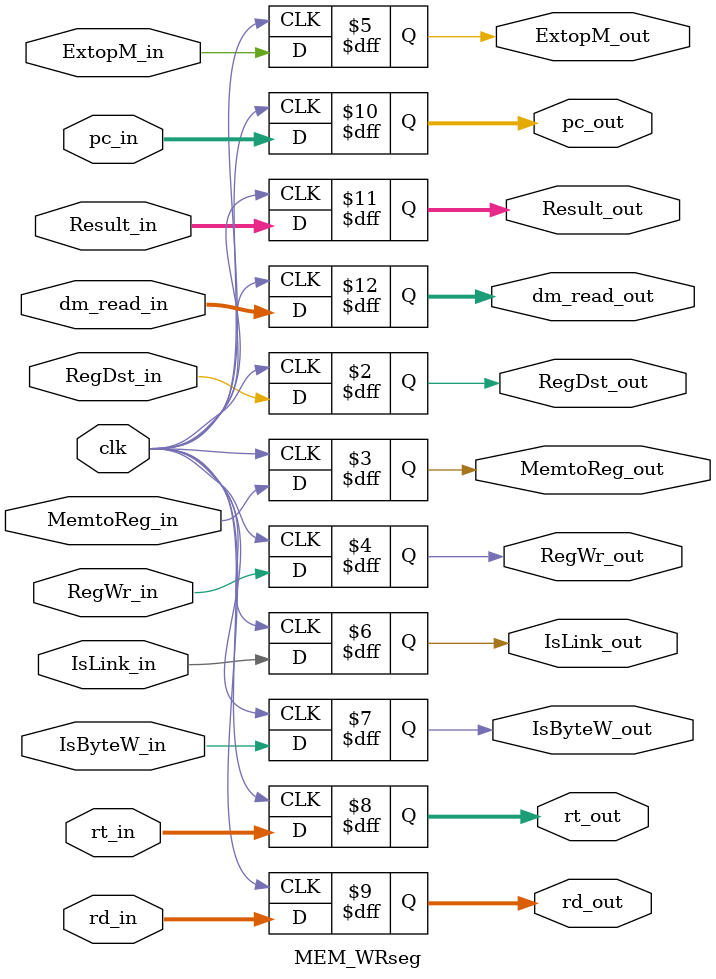
<source format=v>
module MEM_WRseg (
    clk,pc_in,Result_in,rt_in,rd_in,
    RegDst_in,MemtoReg_in,RegWr_in,ExtopM_in,IsLink_in,IsByteW_in,
    dm_read_in,
    pc_out,Result_out,rt_out,rd_out,
    RegDst_out,MemtoReg_out,RegWr_out,ExtopM_out,IsLink_out,IsByteW_out,
    dm_read_out
);

input clk;
input RegDst_in,MemtoReg_in,RegWr_in,ExtopM_in,IsLink_in,IsByteW_in;
input[4:0] rt_in,rd_in;
input[31:0] pc_in,Result_in;
input[31:0] dm_read_in;
output reg RegDst_out,MemtoReg_out,RegWr_out,ExtopM_out,IsLink_out,IsByteW_out;
output reg[4:0] rt_out,rd_out;
output reg[31:0] pc_out,Result_out;
output reg[31:0] dm_read_out;

always @(negedge clk) begin
    pc_out<=pc_in;
    rt_out<=rt_in;
    rd_out<=rd_in;
    Result_out<=Result_in;
    RegDst_out<=RegDst_in;
    MemtoReg_out<=MemtoReg_in;
    RegWr_out<=RegWr_in;
    ExtopM_out<=ExtopM_in;
    IsLink_out<=IsLink_in;
    IsByteW_out<=IsByteW_in;
    dm_read_out<= dm_read_in;
end

endmodule
</source>
